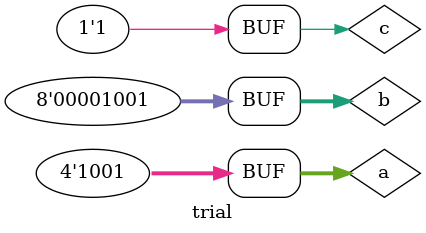
<source format=v>
`timescale 1ns / 1ps
module trial();
	reg [3:0] a;
	reg c;
	wire [7:0] b;
	
	assign b = (c == 1) ? $signed(a) : a ;
	 
	initial begin
		c = 1;
		a = 4'b1001;	
	end
 
endmodule

</source>
